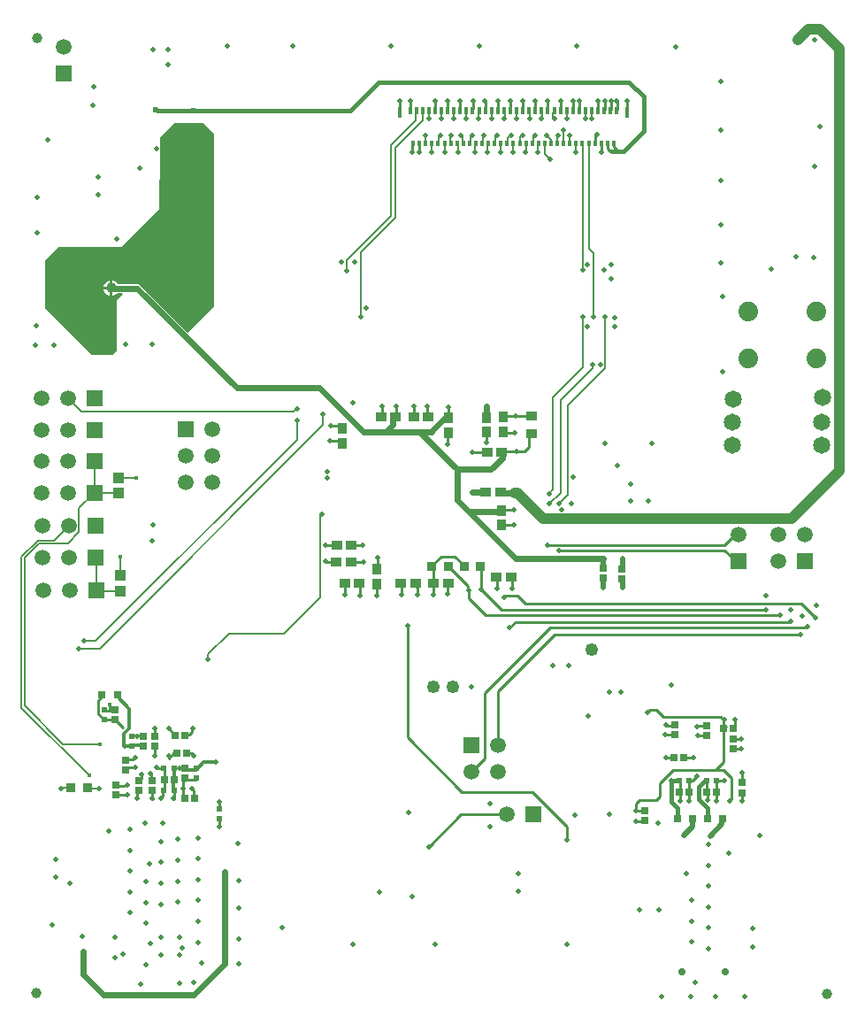
<source format=gbr>
%TF.GenerationSoftware,Altium Limited,Altium Designer,18.1.7 (191)*%
G04 Layer_Physical_Order=4*
G04 Layer_Color=65535*
%FSLAX26Y26*%
%MOIN*%
%TF.FileFunction,Copper,L4,Bot,Signal*%
%TF.Part,Single*%
G01*
G75*
%TA.AperFunction,Conductor*%
%ADD10C,0.007087*%
%TA.AperFunction,SMDPad,CuDef*%
%ADD12R,0.043307X0.037402*%
%ADD13R,0.033465X0.035433*%
%ADD18C,0.039370*%
%ADD26R,0.026772X0.026772*%
%ADD27R,0.026772X0.026772*%
%ADD29R,0.022835X0.022047*%
%ADD37R,0.022047X0.022835*%
%ADD38R,0.037402X0.043307*%
%TA.AperFunction,Conductor*%
%ADD58C,0.010000*%
%ADD59C,0.019685*%
%ADD61C,0.015748*%
%ADD63C,0.025000*%
%ADD64C,0.023622*%
%ADD67C,0.009646*%
%ADD70C,0.039370*%
%TA.AperFunction,ComponentPad*%
%ADD73R,0.059055X0.059055*%
%ADD74C,0.059055*%
%ADD75R,0.059055X0.059055*%
%TA.AperFunction,ViaPad*%
%ADD76C,0.049213*%
%ADD77C,0.064960*%
%TA.AperFunction,ComponentPad*%
%ADD78C,0.074000*%
%ADD79C,0.027559*%
%TA.AperFunction,ViaPad*%
%ADD80C,0.015748*%
%ADD81C,0.019685*%
%ADD82C,0.039370*%
%ADD83C,0.011811*%
%ADD84C,0.023622*%
%TA.AperFunction,SMDPad,CuDef*%
%ADD101R,0.040157X0.040945*%
%ADD102R,0.011811X0.026378*%
%ADD103R,0.011811X0.019685*%
%ADD104R,0.013780X0.039370*%
%ADD105R,0.027559X0.029528*%
%ADD106R,0.041339X0.033465*%
%TA.AperFunction,Conductor*%
%ADD107C,0.011811*%
G36*
X825748Y3439921D02*
X866653Y3399016D01*
X866654Y2749803D01*
X767206Y2650356D01*
X589824Y2827738D01*
X584594Y2831232D01*
X578425Y2832459D01*
X507108D01*
X502628Y2838298D01*
X496427Y2843056D01*
X489206Y2846047D01*
X486457Y2846409D01*
Y2817126D01*
Y2787843D01*
X489206Y2788205D01*
X496427Y2791196D01*
X502628Y2795954D01*
X505900Y2800218D01*
X521847D01*
X523919Y2795218D01*
X500000Y2771299D01*
Y2582165D01*
X500827Y2581339D01*
X483504Y2564016D01*
X409134D01*
X231614Y2741535D01*
Y2922362D01*
X280354Y2971102D01*
X519803D01*
X661850Y3113150D01*
X664145Y3336672D01*
X664417Y3337079D01*
X665492Y3342480D01*
X664417Y3347881D01*
X664263Y3348113D01*
X664660Y3386865D01*
X717717Y3439921D01*
X825748Y3439921D01*
D02*
G37*
%LPC*%
G36*
X476457Y2846409D02*
X473707Y2846047D01*
X466486Y2843056D01*
X460285Y2838298D01*
X455527Y2832097D01*
X452536Y2824875D01*
X452174Y2822126D01*
X476457D01*
Y2846409D01*
D02*
G37*
G36*
Y2812126D02*
X452174D01*
X452536Y2809377D01*
X455527Y2802155D01*
X460285Y2795954D01*
X466486Y2791196D01*
X473707Y2788205D01*
X476457Y2787843D01*
Y2812126D01*
D02*
G37*
%LPD*%
D10*
X572284Y2102087D02*
X573583Y2103386D01*
X509252Y2102087D02*
X572284D01*
X1169646Y2350984D02*
X1180039Y2361378D01*
X369646Y2350984D02*
X1169646D01*
X318307Y2402323D02*
X369646Y2350984D01*
X154370Y1244055D02*
X298622Y1099803D01*
X358740Y1987323D02*
X416654Y2045236D01*
X358740Y1897520D02*
Y1987323D01*
X316945Y1855724D02*
X358740Y1897520D01*
X208726Y1855724D02*
X316945D01*
X154370Y1801368D02*
X208726Y1855724D01*
X154370Y1244055D02*
Y1801368D01*
X204134Y1866811D02*
X265000D01*
X142716Y1805394D02*
X204134Y1866811D01*
X265000D02*
X320354Y1922165D01*
X142716Y1235630D02*
Y1805394D01*
Y1235630D02*
X396890Y981457D01*
X294764Y935354D02*
X329252D01*
X392588Y933042D02*
X433721D01*
X298622Y1099803D02*
X438976D01*
X421290Y1487402D02*
X1180551Y2246663D01*
X378701Y1487402D02*
X421290D01*
X1180551Y2246663D02*
Y2320138D01*
X423425Y1678150D02*
X424961Y1676614D01*
X359646Y1457756D02*
X362214Y1460324D01*
X436526D01*
X422401Y1801220D02*
X423425Y1800197D01*
Y1678150D02*
Y1800197D01*
X424961Y1676614D02*
X514961D01*
X416654Y2045236D02*
X417677Y2044213D01*
X509252D01*
X416654Y2045236D02*
X417677Y2046260D01*
Y2165197D01*
X514961Y1734488D02*
Y1806890D01*
X514449Y1676102D02*
X514961Y1676614D01*
X393150Y2044213D02*
X393150Y2044213D01*
X392126Y2045236D02*
X393150Y2044213D01*
X2167716Y2006535D02*
X2201299Y2040118D01*
Y2376811D01*
X2341480Y2516992D02*
Y2709386D01*
X2339882Y2710984D02*
X2341480Y2709386D01*
X2201299Y2376811D02*
X2341480Y2516992D01*
X2278622Y3362206D02*
Y3364252D01*
X2280236Y2966772D02*
X2296732Y2950276D01*
Y2708386D02*
Y2950276D01*
X2291417Y3454213D02*
Y3476575D01*
X2280236Y2966772D02*
Y3359291D01*
X1536378Y3090079D02*
Y3355591D01*
X1369842Y2923543D02*
X1536378Y3090079D01*
X1369842Y2880748D02*
Y2923543D01*
X1653622Y3450079D02*
Y3474252D01*
X1550512Y3346968D02*
X1653622Y3450079D01*
X1550512Y3346968D02*
X1550512Y3080630D01*
X1421457Y2951575D02*
X1550512Y3080630D01*
X1421457Y2708386D02*
Y2951575D01*
X2267638Y3460118D02*
Y3474606D01*
X2115827Y3321299D02*
X2134291Y3302835D01*
X1677244Y3449764D02*
Y3472126D01*
X2257047Y2885748D02*
Y3358386D01*
Y2885748D02*
X2258701Y2884095D01*
X1421457Y2707874D02*
Y2708386D01*
X2089528Y3328937D02*
Y3365905D01*
X2043465Y3328937D02*
Y3358622D01*
X1995787Y3328937D02*
Y3358780D01*
X1974488Y3382086D02*
X1987559Y3395157D01*
X1949134Y3328937D02*
Y3365748D01*
X1899291Y3328937D02*
Y3364173D01*
X1852244Y3328071D02*
Y3359291D01*
X1786614Y3329094D02*
Y3360669D01*
X2071929Y3386457D02*
X2077677Y3392205D01*
X2257835Y2517913D02*
Y2708386D01*
X2146339Y2406417D02*
X2257835Y2517913D01*
X2294606Y2515551D02*
Y2527402D01*
X2174449Y2395394D02*
X2294606Y2515551D01*
X2174449Y2046890D02*
Y2395394D01*
X2146339Y2059252D02*
Y2406417D01*
X2231535Y3326654D02*
Y3362480D01*
X2103268Y3451024D02*
Y3473386D01*
X2071929Y3365512D02*
Y3386457D01*
X2057677Y3450079D02*
Y3472441D01*
X2008071Y3450079D02*
Y3472441D01*
X2208071Y3367480D02*
Y3389843D01*
X2183583Y3369528D02*
Y3406260D01*
X2161772Y3366457D02*
Y3388819D01*
X1804803Y3370905D02*
Y3393268D01*
X1974488Y3363976D02*
Y3382086D01*
X2020078Y3386259D02*
X2030827Y3397008D01*
X2020078Y3363701D02*
Y3386259D01*
X1536378Y3355591D02*
X1629764Y3448976D01*
X1276968Y2300767D02*
Y2340787D01*
X436526Y1460324D02*
X1276968Y2300767D01*
X1926772Y3363976D02*
Y3390709D01*
X2130512Y2043425D02*
X2146339Y2059252D01*
X2132835Y2005276D02*
X2174449Y2046890D01*
X2196850Y3456732D02*
Y3479095D01*
X1866024Y3452126D02*
Y3474488D01*
X1629764Y3448976D02*
Y3478740D01*
X2138188Y3363701D02*
Y3374686D01*
X2124764Y3388110D02*
X2138188Y3374686D01*
X2115827Y3321299D02*
Y3363189D01*
X1881063Y3369094D02*
Y3391457D01*
X1834606Y3371142D02*
Y3393504D01*
X1665275Y3365748D02*
Y3388110D01*
X1759803Y3367874D02*
Y3390236D01*
X1737559Y3332323D02*
Y3354685D01*
X1716260Y3367205D02*
Y3389567D01*
X1688386Y3331535D02*
Y3353898D01*
X2146181Y3457677D02*
Y3480039D01*
X1963583Y3456024D02*
Y3478386D01*
X1915591Y3455079D02*
Y3477441D01*
X1818779Y3453976D02*
Y3476339D01*
X1772834Y3457126D02*
Y3479488D01*
X1724606Y3456063D02*
Y3478425D01*
X923541Y1515352D02*
X1110315Y1515343D01*
X845355Y1437174D02*
X923541Y1515352D01*
X845354Y1417854D02*
X845355Y1437174D01*
X1268544Y1652243D02*
Y1958544D01*
X1242460Y1626162D02*
X1268544Y1652243D01*
Y1958544D02*
X1274488Y1964488D01*
X1160311Y1544020D02*
X1242460Y1626162D01*
X1131629Y1515342D02*
X1160311Y1544020D01*
X1110315Y1515343D02*
X1131629Y1515342D01*
X757874Y1009056D02*
X758858Y1008070D01*
D12*
X1931890Y1728780D02*
D03*
X1987008D02*
D03*
X1947914Y2049094D02*
D03*
X1892796D02*
D03*
X1952402Y2199330D02*
D03*
X1897284D02*
D03*
X1675590Y2331850D02*
D03*
X1620472D02*
D03*
X1552796Y2331574D02*
D03*
X1497678D02*
D03*
X1386030Y1850056D02*
D03*
X1330912D02*
D03*
X1384828Y1786632D02*
D03*
X1329710D02*
D03*
X1416300Y1704724D02*
D03*
X1361182D02*
D03*
X1573150Y1704056D02*
D03*
X1628268D02*
D03*
X1750866D02*
D03*
X1695748D02*
D03*
D13*
X390276Y935354D02*
D03*
X329252D02*
D03*
X1871181Y1769961D02*
D03*
X1810158D02*
D03*
X1750158Y1770039D02*
D03*
X1689134D02*
D03*
D18*
X200984Y3760354D02*
D03*
X3177638Y158937D02*
D03*
X197480Y162322D02*
D03*
D26*
X2406142Y1722480D02*
D03*
Y1759488D02*
D03*
X2333268Y1725787D02*
D03*
Y1762795D02*
D03*
X644468Y1092500D02*
D03*
Y1129508D02*
D03*
X634882Y925472D02*
D03*
Y962480D02*
D03*
X585354D02*
D03*
Y925472D02*
D03*
X533957Y1001870D02*
D03*
Y1038878D02*
D03*
X2858268Y917087D02*
D03*
Y954095D02*
D03*
X2824488Y1118032D02*
D03*
Y1081024D02*
D03*
X2724803Y1132165D02*
D03*
Y1169173D02*
D03*
X499764Y907441D02*
D03*
Y944449D02*
D03*
X2492717Y811870D02*
D03*
Y848878D02*
D03*
X2603661Y1136142D02*
D03*
Y1173150D02*
D03*
X600197Y1128937D02*
D03*
Y1091929D02*
D03*
X495591Y1228386D02*
D03*
Y1191378D02*
D03*
X759842Y1008779D02*
D03*
Y971772D02*
D03*
D27*
X765394Y1064803D02*
D03*
X728386D02*
D03*
X759449Y896142D02*
D03*
X796457D02*
D03*
X2725669Y919213D02*
D03*
X2762677D02*
D03*
X2602205Y1049213D02*
D03*
X2639213D02*
D03*
X2659055Y919311D02*
D03*
X2622047D02*
D03*
X2787953Y1160039D02*
D03*
X2824961D02*
D03*
X716890Y966614D02*
D03*
X679882D02*
D03*
X722047Y1130551D02*
D03*
X759055D02*
D03*
D29*
X558111Y1091220D02*
D03*
Y1129016D02*
D03*
X889448Y855040D02*
D03*
Y817244D02*
D03*
X454292Y1228858D02*
D03*
Y1191062D02*
D03*
X801378Y1009016D02*
D03*
Y971220D02*
D03*
D37*
X679804Y924960D02*
D03*
X717598D02*
D03*
X679842Y1009212D02*
D03*
X717638D02*
D03*
X2621574Y961142D02*
D03*
X2659370D02*
D03*
X2724922Y960964D02*
D03*
X2762716D02*
D03*
D38*
X1959252Y2330670D02*
D03*
Y2275552D02*
D03*
X1952992Y1980434D02*
D03*
Y1925316D02*
D03*
X1752204Y2327796D02*
D03*
Y2272678D02*
D03*
X1895000Y2330040D02*
D03*
Y2274922D02*
D03*
X1350119Y2288583D02*
D03*
Y2233465D02*
D03*
X1482244Y1758818D02*
D03*
Y1703700D02*
D03*
D58*
X1887835Y1291792D02*
X2134822Y1538779D01*
X1887835Y1046890D02*
Y1291792D01*
X2134822Y1538779D02*
X2992657Y1538780D01*
X3106260D01*
X1674204Y2333236D02*
X1675144Y2334176D01*
X2126201Y3490059D02*
Y3523701D01*
X2032027Y3489783D02*
Y3523701D01*
X2056142Y2219213D02*
Y2278425D01*
X1956378Y2201181D02*
X2038111D01*
X1937027Y3492618D02*
Y3523701D01*
X1843445Y3493169D02*
Y3523701D01*
X1953622Y2198110D02*
X1956024Y2200512D01*
X1748720Y3492343D02*
Y3523701D01*
X1607185Y3492028D02*
Y3523701D01*
X1555014Y2337628D02*
X1556931Y2335713D01*
X2327047Y3326339D02*
Y3362441D01*
X717304Y893366D02*
Y924666D01*
X2038111Y2201181D02*
X2056142Y2219213D01*
X1963937Y2335355D02*
X2048897D01*
X1959252D02*
X1963937D01*
X1964882Y2336300D01*
X1959252Y2330670D02*
X1963937Y2335355D01*
X1597716Y1123819D02*
Y1546453D01*
X2068976Y919528D02*
X2198740Y789764D01*
X1802008Y919528D02*
X2068976D01*
X1597716Y1123819D02*
X1802008Y919528D01*
X2833938Y1788385D02*
X2844291Y1788385D01*
X2792937Y1829384D02*
X2833938Y1788385D01*
X2174391Y1829370D02*
X2792937Y1829384D01*
X2834954Y1892474D02*
X2844291Y1892475D01*
X2123189Y1849764D02*
X2792260Y1849778D01*
X2121950Y1849764D02*
X2123189D01*
X2792260Y1849778D02*
X2834954Y1892474D01*
X2304921Y3359095D02*
Y3395197D01*
X1891181Y1584646D02*
X3000787D01*
X2152520Y1512913D02*
X3005258Y1512914D01*
X1938543Y1298937D02*
X2152520Y1512913D01*
X3005258Y1512914D02*
X3079016Y1512915D01*
X1982402Y1537166D02*
X2004685Y1559449D01*
X3042402D01*
X1956024Y2200512D02*
X2006576D01*
X1349682Y2242794D02*
X1350552Y2243662D01*
X1305138Y2242794D02*
X1349682D01*
X1350328Y2298558D02*
X1350552Y2298780D01*
X1306574Y2298558D02*
X1350328D01*
X1556931Y2335713D02*
X1556932Y2335712D01*
X2375197Y3350157D02*
Y3367756D01*
X2351063Y3343543D02*
X2362598Y3332008D01*
X2365669D01*
X2375197Y3350157D02*
X2388976Y3336378D01*
X2351063Y3343543D02*
Y3362756D01*
X1642165Y3328386D02*
Y3364488D01*
X1616456Y3328543D02*
Y3364645D01*
X1568111Y3487677D02*
Y3523780D01*
X1700985Y3489292D02*
Y3525394D01*
X1795788Y3489607D02*
Y3525709D01*
X1889961Y3488977D02*
Y3525079D01*
X1984764Y3487953D02*
Y3524055D01*
X2079252Y3487953D02*
Y3524055D01*
X2173386Y3487638D02*
Y3523740D01*
X2244134Y3487756D02*
Y3523622D01*
X2220630Y3487638D02*
Y3523740D01*
X2424922Y3481575D02*
Y3524133D01*
X2386614Y3488228D02*
Y3525040D01*
X2363524Y3488130D02*
Y3525138D01*
X2315454Y3488524D02*
Y3524548D01*
X2339862Y3488090D02*
Y3524980D01*
X561259Y1040472D02*
X570276Y1049488D01*
X537128Y1040472D02*
X561259D01*
X533956Y1037304D02*
X537128Y1040472D01*
X2603662Y1138543D02*
X2606142D01*
X2600465Y1135346D02*
X2603662Y1138543D01*
X2570322Y1135346D02*
X2600465D01*
X784898Y1146827D02*
Y1155450D01*
X773229Y1135158D02*
X784898Y1146827D01*
X759804Y1135158D02*
X773229D01*
X749961Y957559D02*
X760040Y967638D01*
X749961Y907205D02*
Y957559D01*
Y907205D02*
X761024Y896142D01*
X785754Y932087D02*
X791656Y926185D01*
X634882Y898228D02*
Y925000D01*
Y898228D02*
X639566Y893544D01*
X576732Y892441D02*
Y917286D01*
X585354Y925946D01*
X567598Y1010591D02*
X569646Y1008543D01*
X541101Y1010591D02*
X567598D01*
X533956Y1003446D02*
X541101Y1010591D01*
X2623504Y919192D02*
X2623622Y919310D01*
X2657480D02*
X2657658Y919134D01*
Y887186D02*
X2657834Y887008D01*
X2657658Y887186D02*
Y919134D01*
X2623386Y886812D02*
X2623504Y886930D01*
Y919192D01*
X2624114Y918936D02*
Y963780D01*
X2726240Y958622D02*
Y964272D01*
X2782185Y817106D02*
X2785433Y820354D01*
X2671496Y961575D02*
X2687402Y977480D01*
X2727678Y887618D02*
X2728012Y887284D01*
Y820689D02*
X2728347Y820354D01*
X2762066Y920178D02*
Y964942D01*
X2792313Y961250D02*
X2792598Y961535D01*
X2763002Y961250D02*
X2792313D01*
X2762716Y960964D02*
X2763002Y961250D01*
X2788976Y1033228D02*
Y1189370D01*
X2777874Y1200472D02*
X2788976Y1189370D01*
X2816693Y891907D02*
Y973386D01*
X2786709Y1003370D02*
X2816693Y973386D01*
X2759118Y1003370D02*
X2786709D01*
X2810792Y886006D02*
X2816693Y891907D01*
X2726240Y920060D02*
Y958622D01*
X2724922Y960964D02*
Y961358D01*
X2759118Y1003370D02*
X2788976Y1033228D01*
X2598805Y1003370D02*
X2759118D01*
X2547244Y951812D02*
X2598805Y1003370D01*
X2658642Y920590D02*
Y965354D01*
X2659803Y961575D02*
X2671496D01*
X2659370Y961142D02*
X2659803Y961575D01*
X2621140Y960708D02*
X2621574Y961142D01*
X3083051Y1628760D02*
X3136191Y1575620D01*
X1678464Y713425D02*
X1799370Y834331D01*
X1964134D01*
X2198740Y739012D02*
Y789764D01*
X2041044Y1628760D02*
X3083051D01*
X1950079Y1605512D02*
X2942874D01*
X472283Y1226221D02*
X485512D01*
X457993D02*
X472283D01*
X457716Y1225945D02*
X457993Y1226221D01*
X1826653Y1649173D02*
X1891181Y1584646D01*
X1636299Y1662480D02*
Y1687299D01*
X1628622Y1694976D02*
X1636299Y1687299D01*
X1824800Y1682011D02*
X1826653Y1680158D01*
X1824800Y1682011D02*
Y1694412D01*
X1750158Y1769055D02*
X1824800Y1694412D01*
X1750158Y1769055D02*
Y1770039D01*
X1774134Y1806968D02*
X1810158Y1770945D01*
X1725079Y1806968D02*
X1774134D01*
X1689134Y1771024D02*
X1725079Y1806968D01*
X1810158Y1769961D02*
Y1770945D01*
X1689134Y1770039D02*
Y1771024D01*
Y1770039D02*
X1695748Y1763425D01*
Y1704056D02*
Y1763425D01*
X1826653Y1649173D02*
Y1680158D01*
X1874764Y1765905D02*
Y1766142D01*
Y1680827D02*
X1950079Y1605512D01*
X1874764Y1765905D02*
X1876205Y1764465D01*
X1874764Y1763024D02*
Y1765905D01*
Y1680827D02*
Y1763024D01*
X1874527Y1766142D02*
X1874764Y1765905D01*
X2011574Y1658228D02*
X2041044Y1628760D01*
X1874764Y1763024D02*
X1876205Y1764465D01*
X1870158Y1758417D02*
X1874764Y1763024D01*
X1813504Y1765157D02*
Y1766142D01*
X1967442Y1658228D02*
X2011574D01*
X1991898Y1686268D02*
Y1723890D01*
X1695748Y1704056D02*
X1698701D01*
X717008Y893070D02*
X717304Y893366D01*
Y924666D02*
X717598Y924960D01*
X886782Y857707D02*
Y881820D01*
Y857707D02*
X889448Y855040D01*
X667480Y894488D02*
Y897108D01*
X1938543Y1105551D02*
Y1298937D01*
X1844331Y1003386D02*
X1887835Y1046890D01*
X2858978Y953230D02*
Y990758D01*
X2689850Y1167238D02*
X2724804D01*
X680118Y924960D02*
Y1009212D01*
X1386294Y1785166D02*
X1386444Y1785316D01*
X1502456Y2337252D02*
X1502906Y2336802D01*
X1622756Y2337622D02*
X1624500Y2335878D01*
X2691172Y1132604D02*
X2724804D01*
X1954374Y1923932D02*
X1956506Y1926064D01*
X2727442Y912736D02*
X2727678Y912500D01*
X2726438Y913582D02*
X2727362Y912658D01*
X2726240Y958622D02*
X2726438Y958426D01*
X2725434Y959430D02*
X2726240Y958622D01*
X2761910Y913346D02*
X2762264Y913700D01*
X2727678Y887618D02*
Y912500D01*
X2762264Y958464D02*
X2763228Y959430D01*
X2727362Y912658D02*
X2727442Y912736D01*
X2761910Y887480D02*
X2762520Y886870D01*
X2761910Y887480D02*
Y913346D01*
X1957628Y1985068D02*
X1959310Y1983386D01*
X1481340Y1702796D02*
X1482244Y1701890D01*
X1481768Y1759294D02*
X1484686Y1762214D01*
X1386618Y1849470D02*
X1386834Y1849686D01*
X2547244Y902126D02*
Y951812D01*
X2456818Y809410D02*
X2488680D01*
X2492716Y813446D01*
X2456930Y849764D02*
X2458160Y848534D01*
X2491486D01*
X2492716Y847304D01*
X2456930Y874410D02*
X2472058Y889538D01*
X2456930Y849764D02*
Y874410D01*
X2472058Y889538D02*
X2534656D01*
X2547244Y902126D01*
X2858268Y952520D02*
X2858978Y953230D01*
X2831518Y1164858D02*
X2831758Y1164618D01*
X2831518Y1164858D02*
Y1185882D01*
X2831278Y1186122D02*
X2831518Y1185882D01*
X2796668Y1165850D02*
X2797900Y1164618D01*
X2788976Y1189370D02*
X2791654Y1192048D01*
X2832954Y1083830D02*
X2833658Y1083126D01*
X2853910D01*
X2854612Y1082422D01*
X2854306Y1117816D02*
X2854434Y1117942D01*
X2832954Y1117688D02*
X2833082Y1117816D01*
X2854306D01*
X2690018Y1131450D02*
X2691172Y1132604D01*
X2689474Y1166862D02*
X2689850Y1167238D01*
X2637638Y1049212D02*
X2638032Y1048818D01*
X2674056D01*
X2646464Y1048870D02*
X2646684Y1049088D01*
X2571124Y1048020D02*
X2571242Y1048138D01*
X2592012D01*
X2592130Y1048256D01*
X2571378Y1169964D02*
X2600472D01*
X2570072Y1171268D02*
X2571378Y1169964D01*
X2569776Y1135892D02*
X2570322Y1135346D01*
X453386Y1229764D02*
X454292Y1228858D01*
X667480Y897108D02*
X673780Y903408D01*
Y918938D01*
X679804Y924960D01*
X647402Y1009922D02*
X647756Y1009568D01*
X679488D01*
X679842Y1009212D01*
X628268Y989292D02*
X630120Y987438D01*
Y963620D02*
Y987438D01*
Y963620D02*
X634882Y958858D01*
X593740Y969292D02*
Y984528D01*
X586555Y962107D02*
X593740Y969292D01*
X585354Y925946D02*
Y927048D01*
X533012Y909036D02*
X533032Y909056D01*
X499784Y909036D02*
X533012D01*
X499764Y909016D02*
X499784Y909036D01*
X532126Y943426D02*
X532678Y943976D01*
X500316Y943426D02*
X532126D01*
X499764Y942874D02*
X500316Y943426D01*
X1482244Y1658268D02*
Y1701890D01*
X1484686Y1762214D02*
Y1803200D01*
X1502456Y2337252D02*
Y2371466D01*
X1555840Y2338456D02*
Y2370954D01*
X1555014Y2337628D02*
X1555840Y2338456D01*
X1622756Y2337622D02*
Y2370906D01*
X1672048Y2337274D02*
Y2371930D01*
Y2337274D02*
X1675144Y2334176D01*
X1750670Y2329332D02*
Y2369686D01*
Y2329332D02*
X1752204Y2327796D01*
X1748898Y2227206D02*
Y2269370D01*
X1752204Y2272678D01*
X1891064Y2047362D02*
X1892796Y2049094D01*
X1959310Y1983386D02*
X1998504D01*
X1956506Y1926064D02*
X1998504D01*
X1987008Y1728780D02*
X1991898Y1723890D01*
X1934606Y1686772D02*
Y1726064D01*
X1931890Y1728780D02*
X1934606Y1726064D01*
X1417560Y1663816D02*
Y1701220D01*
X1361182Y1704724D02*
X1361850Y1704056D01*
Y1660708D02*
Y1704056D01*
X1628622Y1694976D02*
X1628856Y1695210D01*
X1573640Y1695112D02*
X1573738Y1695210D01*
X1573640Y1662222D02*
Y1695112D01*
X1693728Y1694250D02*
X1695048Y1695570D01*
X1693728Y1662974D02*
Y1694250D01*
X1749748Y1695152D02*
X1750166Y1695570D01*
X1749748Y1664232D02*
Y1695152D01*
X1287992Y1787638D02*
X1288998Y1786632D01*
X1329710D01*
X1328572Y1847716D02*
X1330912Y1850056D01*
X1287992Y1847716D02*
X1328572D01*
X1386834Y1849686D02*
X1429448D01*
X1386030Y1850056D02*
X1386618Y1849470D01*
X1386444Y1785316D02*
X1430078D01*
X1384828Y1786632D02*
X1386294Y1785166D01*
X1481768Y1759294D02*
X1482244Y1758818D01*
X1952992Y1980434D02*
X1957628Y1985068D01*
X1952992Y1925316D02*
X1954374Y1923932D01*
X786166Y1063986D02*
X795276Y1054878D01*
X764636Y1063986D02*
X786166D01*
X763818Y1064804D02*
X764636Y1063986D01*
X697402Y1046890D02*
X714498Y1063986D01*
X729144D01*
X729960Y1064804D01*
X887894Y789822D02*
X888672Y790600D01*
Y816466D01*
X889448Y817244D01*
X2492706Y847292D02*
X2492716Y847304D01*
Y813446D02*
X2494164Y811998D01*
X2858396Y892470D02*
X2858526Y892340D01*
X2858396Y892470D02*
Y918532D01*
X2858268Y918662D02*
X2858396Y918532D01*
X1962638Y1653426D02*
X1967442Y1658228D01*
X791656Y899368D02*
Y926185D01*
Y899368D02*
X794882Y896142D01*
X1952402Y2199330D02*
X1953622Y2198110D01*
X1674204Y2333236D02*
X1675590Y2331850D01*
X1620472D02*
X1624500Y2335878D01*
X1552796Y2331574D02*
X1556932Y2335712D01*
X1497678Y2331574D02*
X1502906Y2336802D01*
X1955870Y2046172D02*
X1956770Y2047072D01*
X1952948Y2049094D02*
X1955870Y2046172D01*
X1947914Y2049094D02*
X1952948D01*
X1481340Y1702796D02*
X1482244Y1703700D01*
X2562994Y1200472D02*
X2777874D01*
X2533376Y1230090D02*
X2562994Y1200472D01*
X2510512Y1230090D02*
X2533376D01*
X2500384Y1219960D02*
X2510512Y1230090D01*
X784898Y1155450D02*
X786752Y1157304D01*
X644842Y1165000D02*
X645216Y1165374D01*
X644842Y1128308D02*
Y1165000D01*
X644468Y1127934D02*
X644842Y1128308D01*
D59*
X2334528Y1760275D02*
Y1798723D01*
X2407598Y1690079D02*
Y1722244D01*
X2406850Y1759212D02*
Y1799764D01*
X1689252Y2275669D02*
X1741378Y2327796D01*
X2333937Y1689842D02*
Y1722008D01*
X2671063Y788268D02*
Y820158D01*
X2639803Y757008D02*
X2671063Y788268D01*
X2782185Y797815D02*
Y817106D01*
X2737913Y753543D02*
X2782185Y797815D01*
D61*
X653682Y3486004D02*
X1382185D01*
X2487520Y3407835D02*
Y3537402D01*
X2433071Y3591850D02*
X2487520Y3537402D01*
X1488032Y3591850D02*
X2433071D01*
X2410669Y3330984D02*
X2487520Y3407835D01*
X2366693Y3330984D02*
X2410669D01*
X1382185Y3486004D02*
X1488032Y3591850D01*
X2591654Y882165D02*
X2613976Y859842D01*
X2591654Y882165D02*
Y960708D01*
X2613976Y820158D02*
Y859842D01*
X2694291Y939846D02*
X2716573Y962128D01*
X2694291Y892721D02*
Y939846D01*
Y892721D02*
X2728347Y858665D01*
Y820354D02*
Y858665D01*
X2591654Y960708D02*
X2621140D01*
D63*
X1416300Y1704724D02*
X1418464Y1702560D01*
D64*
X2006120Y1798723D02*
X2334252D01*
X1784882Y2019961D02*
X2006120Y1798723D01*
X1953622Y2176023D02*
Y2198110D01*
X1911405Y2133807D02*
X1953622Y2176023D01*
X1947322Y1974764D02*
X1952992Y1980434D01*
X1832913Y1974764D02*
X1947322D01*
X1784882Y2019961D02*
Y2133807D01*
X1643020Y2275669D02*
X1689252D01*
X1643020D02*
X1784882Y2133807D01*
X1516299Y2275669D02*
X1643020D01*
X1741378Y2327796D02*
X1752204D01*
X1430394Y2275669D02*
X1516299D01*
X1542953Y2302323D01*
Y2324684D01*
X1549843Y2331574D01*
X1552796D01*
X1784882Y2133807D02*
X1911405D01*
X1265039Y2441024D02*
X1430394Y2275669D01*
X953740Y2441024D02*
X1265039D01*
X578425Y2816339D02*
X953740Y2441024D01*
X495984Y2816339D02*
X578425D01*
X909055Y273150D02*
Y617756D01*
X790512Y154606D02*
X909055Y273150D01*
X450630Y154606D02*
X790512D01*
X373425Y231811D02*
X450630Y154606D01*
X373425Y231811D02*
Y318150D01*
X1893700Y2331338D02*
X1895000Y2330040D01*
X1893700Y2331338D02*
Y2372874D01*
X1840590Y2047362D02*
X1891064D01*
X1956892Y2046950D02*
X2000276D01*
X1956770Y2047072D02*
X1956892Y2046950D01*
D67*
X431654Y1213307D02*
X453898Y1191062D01*
X454292D01*
X431654Y1213307D02*
Y1263465D01*
X446417Y1278228D01*
X493699Y1191062D02*
X495591Y1192954D01*
Y1191773D02*
Y1192954D01*
X502362Y1186299D02*
X524921Y1163740D01*
X560787Y1132480D02*
X603976D01*
X454292Y1191062D02*
X493699D01*
X472283Y1226221D02*
X474685Y1228623D01*
Y1250236D01*
X758070Y965552D02*
X797914D01*
X1893466Y2200158D02*
X1895788Y2197834D01*
X1893976Y2273898D02*
X1894922Y2272952D01*
X1965748Y2269056D02*
X1969922Y2273228D01*
X797914Y965552D02*
X800866Y968504D01*
X1842836Y2200118D02*
X1893426D01*
X1893466Y2200158D01*
X1969922Y2273228D02*
X2002678D01*
X1959252Y2275552D02*
X1965748Y2269056D01*
X1894922Y2234724D02*
Y2272952D01*
X1895788Y2197834D02*
X1897284Y2199330D01*
X1893976Y2273898D02*
X1895000Y2274922D01*
X715064Y1140112D02*
X720990D01*
X725944Y1135158D01*
X697874Y1157304D02*
X715064Y1140112D01*
X644842Y1055748D02*
X645216Y1055374D01*
X644842Y1055748D02*
Y1093700D01*
X644468Y1094074D02*
X644842Y1093700D01*
D70*
X3044780Y1949032D02*
X3224646Y2128898D01*
X2108883Y1949032D02*
X3044780D01*
X2010964Y2046950D02*
X2108883Y1949032D01*
X3224646Y2128898D02*
Y3717598D01*
X3150158Y3792086D02*
X3224646Y3717598D01*
X3107440Y3792086D02*
X3150158D01*
X3067480Y3752126D02*
X3107440Y3792086D01*
X2000276Y2046950D02*
X2010964D01*
D73*
X760748Y2285079D02*
D03*
X3095315Y1788465D02*
D03*
X2844291D02*
D03*
X1837047Y1096142D02*
D03*
X301024Y3625472D02*
D03*
D74*
X860748Y2285079D02*
D03*
X760748Y2185079D02*
D03*
X860748D02*
D03*
X760748Y2085079D02*
D03*
X860748D02*
D03*
X223425Y1678150D02*
D03*
X323425D02*
D03*
X222401Y1801220D02*
D03*
X322401D02*
D03*
X220354Y1922165D02*
D03*
X320354D02*
D03*
X318307Y2402323D02*
D03*
X218307D02*
D03*
X217283Y2283386D02*
D03*
X317283D02*
D03*
X217677Y2165197D02*
D03*
X317677D02*
D03*
X316654Y2045236D02*
D03*
X216654D02*
D03*
X2995315Y1888465D02*
D03*
X3095315D02*
D03*
X2995315Y1788465D02*
D03*
X2844291Y1888465D02*
D03*
X1971574Y834725D02*
D03*
X1937047Y996142D02*
D03*
X1837047D02*
D03*
X1937047Y1096142D02*
D03*
X301024Y3725472D02*
D03*
D75*
X423425Y1678150D02*
D03*
X422401Y1801220D02*
D03*
X420354Y1922165D02*
D03*
X418307Y2402323D02*
D03*
X417283Y2283386D02*
D03*
X417677Y2165197D02*
D03*
X416654Y2045236D02*
D03*
X2071574Y834725D02*
D03*
D76*
X2291417Y1456890D02*
D03*
X1769449Y1314213D02*
D03*
X1696024D02*
D03*
D77*
X2822126Y2226890D02*
D03*
Y2313189D02*
D03*
X3159016Y2226890D02*
D03*
Y2313189D02*
D03*
X3161142Y2404961D02*
D03*
X2824252Y2399331D02*
D03*
D78*
X3137291Y2550449D02*
D03*
X2881291D02*
D03*
X3137291Y2728449D02*
D03*
X2881291D02*
D03*
D79*
X2793818Y241416D02*
D03*
X2630432D02*
D03*
D80*
X573583Y2103386D02*
D03*
X396890Y981457D02*
D03*
X438976Y1099803D02*
D03*
X514961Y1806890D02*
D03*
X474961Y1250236D02*
D03*
D81*
X1180039Y2361378D02*
D03*
X433721Y933042D02*
D03*
X359646Y1457756D02*
D03*
X378701Y1487402D02*
D03*
X1295708Y2124620D02*
D03*
X2668714Y511857D02*
D03*
Y433117D02*
D03*
Y354377D02*
D03*
X2680711Y201624D02*
D03*
X2730184Y328797D02*
D03*
Y407537D02*
D03*
Y486277D02*
D03*
Y565018D02*
D03*
Y643758D02*
D03*
Y722498D02*
D03*
X747060Y332818D02*
D03*
X793027Y201721D02*
D03*
X820542Y275498D02*
D03*
X808531Y353316D02*
D03*
Y432056D02*
D03*
Y510796D02*
D03*
Y589536D02*
D03*
Y668277D02*
D03*
Y747017D02*
D03*
X669599Y733011D02*
D03*
Y654271D02*
D03*
Y575531D02*
D03*
Y496791D02*
D03*
X731069Y504557D02*
D03*
Y583297D02*
D03*
Y662037D02*
D03*
Y740777D02*
D03*
X551489Y778841D02*
D03*
Y700100D02*
D03*
Y621360D02*
D03*
Y542620D02*
D03*
Y463880D02*
D03*
X494115Y295901D02*
D03*
X591169Y194331D02*
D03*
X612959Y269996D02*
D03*
X628594Y347168D02*
D03*
X612959Y424340D02*
D03*
Y503080D02*
D03*
Y581821D02*
D03*
X737441Y372283D02*
D03*
X668268Y304842D02*
D03*
X1440787Y2743110D02*
D03*
X1397598Y2916417D02*
D03*
X1346811Y2917047D02*
D03*
X3137480Y1623189D02*
D03*
X2947913Y1657992D02*
D03*
X3085236Y1583701D02*
D03*
X3041024Y1606260D02*
D03*
X2343071Y2231968D02*
D03*
X2517008Y2230827D02*
D03*
X2178661Y1982559D02*
D03*
X2167716Y2006535D02*
D03*
X2220787Y2103937D02*
D03*
X2216142Y2005000D02*
D03*
X2323504Y2527520D02*
D03*
X2379803Y2673583D02*
D03*
X2276339Y2672598D02*
D03*
X2379213Y2706969D02*
D03*
X2366220Y2853740D02*
D03*
X2366181Y2905039D02*
D03*
X2275984Y2906220D02*
D03*
X2338898Y2884095D02*
D03*
X2198425Y345945D02*
D03*
X2292362Y3454213D02*
D03*
X2267008D02*
D03*
X2340945Y2708386D02*
D03*
X2169679Y1827727D02*
D03*
X2134291Y3302835D02*
D03*
X2258701Y2884095D02*
D03*
X1897047Y3328937D02*
D03*
X1850118D02*
D03*
X2311260Y3397087D02*
D03*
X2296732Y2708386D02*
D03*
X1421457D02*
D03*
X1369842Y2880748D02*
D03*
X2294606Y2527402D02*
D03*
X2257835Y2708386D02*
D03*
X2231929Y3328937D02*
D03*
X2209449Y3392205D02*
D03*
X2185748Y3412047D02*
D03*
X2163583Y3392205D02*
D03*
X325414Y575084D02*
D03*
X2406850Y1799764D02*
D03*
X2407638Y1689213D02*
D03*
X1960827Y3454213D02*
D03*
X1987559Y3392205D02*
D03*
X1947874Y3328937D02*
D03*
X533846Y2606220D02*
D03*
X888903Y882639D02*
D03*
X2130512Y2043425D02*
D03*
X2132835Y2005276D02*
D03*
X2196811Y3454213D02*
D03*
X1686574Y3328937D02*
D03*
X1615433D02*
D03*
X2088189D02*
D03*
X2039856D02*
D03*
X1787126D02*
D03*
X1993976D02*
D03*
X2122126Y3392205D02*
D03*
X2077677D02*
D03*
X2030827D02*
D03*
X1935512D02*
D03*
X1886220D02*
D03*
X1840079D02*
D03*
X1798819D02*
D03*
X1665039D02*
D03*
X1737441Y3328937D02*
D03*
X1723032Y3392205D02*
D03*
X1642283Y3328937D02*
D03*
X1760197Y3392205D02*
D03*
X2151063Y3454213D02*
D03*
X2102756D02*
D03*
X2057008D02*
D03*
X2008071D02*
D03*
X1915827D02*
D03*
X1865551D02*
D03*
X1819134D02*
D03*
X1772520D02*
D03*
X1724961D02*
D03*
X1676771D02*
D03*
X2123189Y1847913D02*
D03*
X1392835Y2384291D02*
D03*
X1305138Y2242794D02*
D03*
X1306574Y2298558D02*
D03*
X2333937Y1689842D02*
D03*
X2334252Y1798723D02*
D03*
X2386575Y2147598D02*
D03*
X2438058Y2014902D02*
D03*
X2126299Y3523701D02*
D03*
X2032126D02*
D03*
X1937126D02*
D03*
X1843543D02*
D03*
X1607283D02*
D03*
X1748818D02*
D03*
X2327125Y3328937D02*
D03*
X1567993Y3523701D02*
D03*
X1700867D02*
D03*
X1795670D02*
D03*
X1889843D02*
D03*
X1984646D02*
D03*
X2079134D02*
D03*
X2173268D02*
D03*
X2220512D02*
D03*
X2243898D02*
D03*
X2424804D02*
D03*
X2314842D02*
D03*
X2386300D02*
D03*
X2363740D02*
D03*
X2340040D02*
D03*
X2278346Y1205264D02*
D03*
X2470905Y477047D02*
D03*
X2543780Y475906D02*
D03*
X607323Y801772D02*
D03*
X716496Y895827D02*
D03*
X751614Y932087D02*
D03*
X577087Y895827D02*
D03*
X540749Y944488D02*
D03*
X542008Y910118D02*
D03*
X627953Y987402D02*
D03*
X1180551Y2320138D02*
D03*
X291989Y932579D02*
D03*
X578858Y1129685D02*
D03*
X2623386Y886812D02*
D03*
X2657834Y887008D02*
D03*
X2646850Y612520D02*
D03*
X2640079Y755275D02*
D03*
X2737913Y753543D02*
D03*
X2727678Y887618D02*
D03*
X2792598Y961535D02*
D03*
X2687402Y977480D02*
D03*
X2591654Y960708D02*
D03*
X1908228Y874291D02*
D03*
X1909134Y790079D02*
D03*
X2014763Y611771D02*
D03*
X1678464Y713425D02*
D03*
X1601378Y840749D02*
D03*
X494666Y372638D02*
D03*
X2758662Y147166D02*
D03*
X2553938D02*
D03*
X2664174D02*
D03*
X2868898D02*
D03*
X3153110Y3425433D02*
D03*
X956614Y726772D02*
D03*
X1124016Y409598D02*
D03*
X258268Y418819D02*
D03*
X371457Y375433D02*
D03*
X373425Y318150D02*
D03*
X2948150Y1604882D02*
D03*
X3041142Y1561535D02*
D03*
X3106260Y1540630D02*
D03*
X3136418Y1575846D02*
D03*
X3079016Y1513701D02*
D03*
X2198740Y739012D02*
D03*
X1274488Y1964488D02*
D03*
X1276968Y2340787D02*
D03*
X960276Y271890D02*
D03*
Y366850D02*
D03*
Y480512D02*
D03*
Y586811D02*
D03*
X240394Y3374724D02*
D03*
X1636299Y1662480D02*
D03*
X1826653Y1680158D02*
D03*
X1874764Y1680827D02*
D03*
X1991898Y1686268D02*
D03*
X3000787Y1585591D02*
D03*
X1837756Y1315433D02*
D03*
X1597835Y1544803D02*
D03*
X919724Y3729095D02*
D03*
X2608150Y3725787D02*
D03*
X2234173Y3730276D02*
D03*
X1867992Y3729134D02*
D03*
X1535433D02*
D03*
X1165945D02*
D03*
X739467Y200295D02*
D03*
X2969547Y2889468D02*
D03*
X2779291Y2911575D02*
D03*
X2779705Y3054941D02*
D03*
Y3223602D02*
D03*
Y3411358D02*
D03*
X2778642Y3594862D02*
D03*
X271890Y599252D02*
D03*
X264842Y2601024D02*
D03*
X196024D02*
D03*
X197520Y2675669D02*
D03*
X201220Y3024921D02*
D03*
X202795Y3157284D02*
D03*
X693780Y3657165D02*
D03*
X636969Y3714448D02*
D03*
X695827Y3714409D02*
D03*
X636024Y2606102D02*
D03*
X785754Y932087D02*
D03*
X876497Y1032361D02*
D03*
X669409Y895827D02*
D03*
X667402Y373150D02*
D03*
X2785433Y2783937D02*
D03*
X2784272Y2501299D02*
D03*
X737992Y306832D02*
D03*
X3062056Y2935148D02*
D03*
X2762520Y886870D02*
D03*
X502126Y3000472D02*
D03*
X432086Y3167756D02*
D03*
X432834Y3236536D02*
D03*
X412598Y3505000D02*
D03*
X2809764Y688622D02*
D03*
X2402126Y1295748D02*
D03*
X2897678Y404764D02*
D03*
X472028Y770492D02*
D03*
X737284Y1008268D02*
D03*
X531260Y1092835D02*
D03*
X594370Y986575D02*
D03*
X1482244Y1658268D02*
D03*
X1484686Y1803200D02*
D03*
X1502456Y2371466D02*
D03*
X1555840Y2370954D02*
D03*
X1622756Y2370906D02*
D03*
X1672048Y2371930D02*
D03*
X1750670Y2369686D02*
D03*
X1748898Y2227206D02*
D03*
X1842836Y2200118D02*
D03*
X2006576Y2200512D02*
D03*
X2003582Y2335670D02*
D03*
X2002678Y2273228D02*
D03*
X1894922Y2234724D02*
D03*
X1893700Y2372874D02*
D03*
X2000276Y2046950D02*
D03*
X1998504Y1983386D02*
D03*
Y1926064D02*
D03*
X1418464Y1660000D02*
D03*
X1361850Y1660708D02*
D03*
X1573640Y1662222D02*
D03*
X1693728Y1662974D02*
D03*
X1749748Y1664232D02*
D03*
X1287992Y1787638D02*
D03*
Y1847716D02*
D03*
X1429448Y1849686D02*
D03*
X1430078Y1785316D02*
D03*
X2857722Y990758D02*
D03*
X2858268Y885236D02*
D03*
X2810068Y886006D02*
D03*
X1934606Y1686772D02*
D03*
X3067480Y3752126D02*
D03*
X3131654Y3751418D02*
D03*
X887894Y789822D02*
D03*
X651417Y1010591D02*
D03*
X845354Y1417854D02*
D03*
X1295708Y2102572D02*
D03*
X588662Y3269764D02*
D03*
X651378Y3342480D02*
D03*
X415078Y3575276D02*
D03*
X3126810Y2933228D02*
D03*
X1962638Y1653426D02*
D03*
X1981063Y1539961D02*
D03*
X1614763Y526771D02*
D03*
X2924332Y756812D02*
D03*
X2897756Y336182D02*
D03*
X2203878Y1394154D02*
D03*
X2144824D02*
D03*
X637008Y1926378D02*
D03*
X3133130Y3273878D02*
D03*
X2013977Y546259D02*
D03*
X1490551Y542283D02*
D03*
X634370Y1864291D02*
D03*
X674626Y801772D02*
D03*
X645216Y1159449D02*
D03*
X786752D02*
D03*
X791339Y1055354D02*
D03*
X636339Y895827D02*
D03*
X570433Y1013032D02*
D03*
X570276Y1049488D02*
D03*
X645216Y1055374D02*
D03*
X697402Y1055354D02*
D03*
X697874Y1159449D02*
D03*
X909055Y617756D02*
D03*
X272598Y666654D02*
D03*
X626300Y649449D02*
D03*
X1700677Y345945D02*
D03*
X1840590Y2047362D02*
D03*
X526496Y307638D02*
D03*
X1391319Y345945D02*
D03*
X2542087Y803268D02*
D03*
X2456818Y809410D02*
D03*
X2791654Y1192048D02*
D03*
X2830040Y1192244D02*
D03*
X2854612Y1082422D02*
D03*
X2854434Y1117942D02*
D03*
X2690018Y1131450D02*
D03*
X2689474Y1166862D02*
D03*
X2571124Y1048020D02*
D03*
X2569776Y1135892D02*
D03*
X2570072Y1171268D02*
D03*
X2504803Y2016732D02*
D03*
X2456930Y849764D02*
D03*
X2590276Y1322496D02*
D03*
X2500384Y1219960D02*
D03*
X2357834Y1294804D02*
D03*
X2228307Y833461D02*
D03*
X2356968Y834444D02*
D03*
X2438386Y2078661D02*
D03*
X2674056Y1048818D02*
D03*
D82*
X481457Y2817126D02*
D03*
D83*
X524921Y1163740D02*
D03*
D84*
X792834Y3485906D02*
D03*
X647362Y3487204D02*
D03*
D101*
X509252Y2044213D02*
D03*
Y2102087D02*
D03*
X514961Y1676614D02*
D03*
Y1734488D02*
D03*
D102*
X1606692Y3484370D02*
D03*
X1630314D02*
D03*
X1653936D02*
D03*
X1677558D02*
D03*
X1701180D02*
D03*
X1724802D02*
D03*
X1748424D02*
D03*
X1772046D02*
D03*
X1795668D02*
D03*
X1819291D02*
D03*
X1842913D02*
D03*
X1866535D02*
D03*
X1890157D02*
D03*
X1913779D02*
D03*
X1937401D02*
D03*
X1961023D02*
D03*
X1984645D02*
D03*
X2008267D02*
D03*
X2031889D02*
D03*
X2055511D02*
D03*
X2079133D02*
D03*
X2102755D02*
D03*
X2126377D02*
D03*
X2149999D02*
D03*
X2173621D02*
D03*
X2197243D02*
D03*
X2220865D02*
D03*
X2244487D02*
D03*
X2268109D02*
D03*
X2291731D02*
D03*
X2315354D02*
D03*
X2338976D02*
D03*
X2362598D02*
D03*
X2386220D02*
D03*
D103*
X1618503Y3363701D02*
D03*
X1642125D02*
D03*
X1665747D02*
D03*
X1689369D02*
D03*
X1712991D02*
D03*
X1736613D02*
D03*
X1760235D02*
D03*
X1783858D02*
D03*
X1807479D02*
D03*
X1831102D02*
D03*
X1854724D02*
D03*
X1878346D02*
D03*
X1901968D02*
D03*
X1925590D02*
D03*
X1949212D02*
D03*
X1972834D02*
D03*
X1996456D02*
D03*
X2020078D02*
D03*
X2043700D02*
D03*
X2067322D02*
D03*
X2090944D02*
D03*
X2114566D02*
D03*
X2138188D02*
D03*
X2161810D02*
D03*
X2185432D02*
D03*
X2209054D02*
D03*
X2232676D02*
D03*
X2256298D02*
D03*
X2279921D02*
D03*
X2303543D02*
D03*
X2327165D02*
D03*
X2350787D02*
D03*
X2374409D02*
D03*
D104*
X1568306Y3477874D02*
D03*
X2424606D02*
D03*
D105*
X503425Y1286024D02*
D03*
X446339D02*
D03*
X2785433Y820354D02*
D03*
X2728347D02*
D03*
X2671063Y820158D02*
D03*
X2613976D02*
D03*
D106*
X2063937Y2269646D02*
D03*
Y2336574D02*
D03*
D107*
X548858Y1158898D02*
Y1231890D01*
X527874Y1137913D02*
X548858Y1158898D01*
X503504Y1277244D02*
X548858Y1231890D01*
X527874Y1096575D02*
Y1137913D01*
X716142Y923150D02*
Y962520D01*
X719174Y966182D02*
Y1006456D01*
X527795Y1091259D02*
X558111D01*
X557599Y1094931D02*
X599882D01*
X759056Y1002362D02*
X800866D01*
Y1003544D02*
X803858Y1006536D01*
X828150Y1030826D01*
X878032D01*
X737284Y1008268D02*
X737815Y1007736D01*
X759310D01*
X759842Y1007204D01*
X503504Y1277244D02*
Y1278228D01*
X800866Y1002362D02*
Y1003544D01*
%TF.MD5,56fb28916e0038422223d32b362a5af8*%
M02*

</source>
